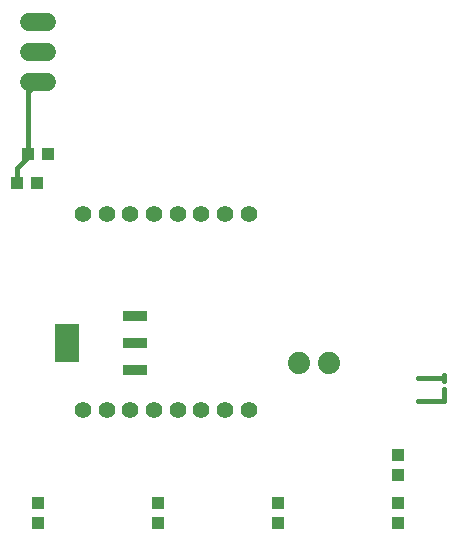
<source format=gbr>
G04 EAGLE Gerber RS-274X export*
G75*
%MOMM*%
%FSLAX34Y34*%
%LPD*%
%INTop Copper*%
%IPPOS*%
%AMOC8*
5,1,8,0,0,1.08239X$1,22.5*%
G01*
%ADD10C,0.381000*%
%ADD11C,1.524000*%
%ADD12R,1.100000X1.000000*%
%ADD13C,1.400000*%
%ADD14R,1.000000X1.100000*%
%ADD15R,2.150000X0.950000*%
%ADD16R,2.150000X3.250000*%
%ADD17C,1.879600*%
%ADD18C,0.406400*%


D10*
X382905Y128905D02*
X404495Y128905D01*
X404495Y138501D01*
X404495Y148075D02*
X382905Y148075D01*
X404495Y145677D02*
X404495Y150474D01*
D11*
X68580Y398780D02*
X53340Y398780D01*
X53340Y424180D02*
X68580Y424180D01*
X68580Y449580D02*
X53340Y449580D01*
D12*
X69460Y337820D03*
X52460Y337820D03*
X60570Y313690D03*
X43570Y313690D03*
D13*
X239270Y121470D03*
X219270Y121470D03*
X199270Y121470D03*
X179270Y121470D03*
X159270Y121470D03*
X139270Y121470D03*
X119270Y121470D03*
X99270Y121470D03*
X239270Y287470D03*
X219270Y287470D03*
X199270Y287470D03*
X179270Y287470D03*
X159270Y287470D03*
X139270Y287470D03*
X119270Y287470D03*
X99270Y287470D03*
D14*
X60960Y25790D03*
X60960Y42790D03*
X162560Y25790D03*
X162560Y42790D03*
X264160Y25790D03*
X264160Y42790D03*
X365760Y25790D03*
X365760Y42790D03*
X365760Y83430D03*
X365760Y66430D03*
D15*
X143300Y154800D03*
X143300Y177800D03*
X143300Y200800D03*
D16*
X85300Y177800D03*
D17*
X307340Y161290D03*
X281940Y161290D03*
D18*
X52460Y335280D02*
X52460Y337820D01*
X52460Y390280D01*
X60960Y398780D01*
X43570Y326390D02*
X43570Y313690D01*
X43570Y326390D02*
X52460Y335280D01*
M02*

</source>
